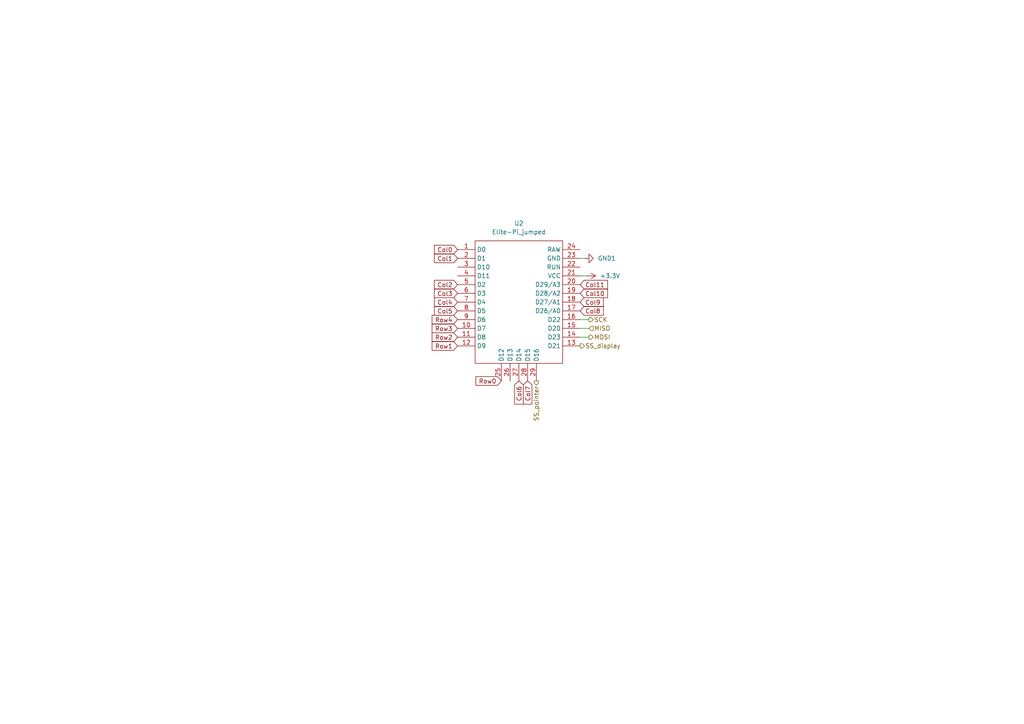
<source format=kicad_sch>
(kicad_sch (version 20230121) (generator eeschema)
  (paper "A4")
  (lib_symbols
    (symbol "keebio:Elite-Pi_jumped"
      (property "Reference" "U" (at 0 0 0))
      (property "Value" "Elite-Pi_jumped" (at 0 19.05 0))
      (symbol "Elite-Pi_jumped_0_1"
        (rectangle (start -12.7 17.78) (end 12.7 -17.78))
      )
      (symbol "Elite-Pi_jumped_1_1"
        (pin input line (at -17.78 15.24 0) (length 5.08) (name "D0") (number "1"))
        (pin input line (at -17.78 -7.62 0) (length 5.08) (name "D7") (number "10"))
        (pin input line (at -17.78 -10.16 0) (length 5.08) (name "D8") (number "11"))
        (pin input line (at -17.78 -12.7 0) (length 5.08) (name "D9") (number "12"))
        (pin input line (at 17.78 -12.7 180) (length 5.08) (name "D21") (number "13"))
        (pin input line (at 17.78 -10.16 180) (length 5.08) (name "D23") (number "14"))
        (pin input line (at 17.78 -7.62 180) (length 5.08) (name "D20") (number "15"))
        (pin input line (at 17.78 -5.08 180) (length 5.08) (name "D22") (number "16"))
        (pin input line (at 17.78 -2.54 180) (length 5.08) (name "D26/A0") (number "17"))
        (pin input line (at 17.78 0 180) (length 5.08) (name "D27/A1") (number "18"))
        (pin input line (at 17.78 2.54 180) (length 5.08) (name "D28/A2") (number "19"))
        (pin input line (at -17.78 12.7 0) (length 5.08) (name "D1") (number "2"))
        (pin input line (at 17.78 5.08 180) (length 5.08) (name "D29/A3") (number "20"))
        (pin input line (at 17.78 7.62 180) (length 5.08) (name "VCC") (number "21"))
        (pin input line (at 17.78 10.16 180) (length 5.08) (name "RUN") (number "22"))
        (pin input line (at 17.78 12.7 180) (length 5.08) (name "GND") (number "23"))
        (pin input line (at 17.78 15.24 180) (length 5.08) (name "RAW") (number "24"))
        (pin input line (at -5.08 -22.86 90) (length 5.08) (name "D12") (number "25"))
        (pin input line (at -2.54 -22.86 90) (length 5.08) (name "D13") (number "26"))
        (pin input line (at 0 -22.86 90) (length 5.08) (name "D14") (number "27"))
        (pin input line (at 2.54 -22.86 90) (length 5.08) (name "D15") (number "28"))
        (pin input line (at 5.08 -22.86 90) (length 5.08) (name "D16") (number "29"))
        (pin input line (at -17.78 10.16 0) (length 5.08) (name "D10") (number "3"))
        (pin input line (at -17.78 7.62 0) (length 5.08) (name "D11") (number "4"))
        (pin input line (at -17.78 5.08 0) (length 5.08) (name "D2") (number "5"))
        (pin input line (at -17.78 2.54 0) (length 5.08) (name "D3") (number "6"))
        (pin input line (at -17.78 0 0) (length 5.08) (name "D4") (number "7"))
        (pin input line (at -17.78 -2.54 0) (length 5.08) (name "D5") (number "8"))
        (pin input line (at -17.78 -5.08 0) (length 5.08) (name "D6") (number "9"))
      )
    )
    (symbol "power:+3.3V" (power) (pin_names (offset 0))
      (property "Value" "+3.3V" (at 0 3.556 0))
      (symbol "+3.3V_0_1"
        (polyline (pts (xy -0.762 1.27) (xy 0 2.54)))
        (polyline (pts (xy 0 0) (xy 0 2.54)))
        (polyline (pts (xy 0 2.54) (xy 0.762 1.27)))
      )
      (symbol "+3.3V_1_1"
        (pin power_in line (at 0 0 90) (length 0) hide (name "+3.3V") (number "1"))
      )
    )
    (symbol "power:GND1" (power) (pin_names (offset 0))
      (property "Value" "GND1" (at 0 -3.81 0))
      (symbol "GND1_0_1"
        (polyline (pts (xy 0 0) (xy 0 -1.27) (xy 1.27 -1.27) (xy 0 -2.54) (xy -1.27 -1.27) (xy 0 -1.27)))
      )
      (symbol "GND1_1_1"
        (pin power_in line (at 0 0 270) (length 0) hide (name "GND1") (number "1"))
      )
    )
  )
  (wire (pts (xy 168.275 80.01) (xy 170.18 80.01)))
  (wire (pts (xy 170.815 97.79) (xy 168.275 97.79)))
  (wire (pts (xy 170.815 92.71) (xy 168.275 92.71)))
  (wire (pts (xy 168.275 74.93) (xy 169.545 74.93)))
  (wire (pts (xy 170.815 95.25) (xy 168.275 95.25)))
  (global_label "Col4" (shape input) (at 132.715 87.63 180) (property "Intersheetrefs" "${INTERSHEET_REFS}" (effects hide)))
  (global_label "Col10" (shape input) (at 168.275 85.09 0) (property "Intersheetrefs" "${INTERSHEET_REFS}" (effects hide)))
  (global_label "Col6" (shape input) (at 150.495 110.49 270) (property "Intersheetrefs" "${INTERSHEET_REFS}" (effects hide)))
  (global_label "Col0" (shape input) (at 132.715 72.39 180) (property "Intersheetrefs" "${INTERSHEET_REFS}" (effects hide)))
  (global_label "Row2" (shape input) (at 132.715 97.79 180) (property "Intersheetrefs" "${INTERSHEET_REFS}" (effects hide)))
  (global_label "Col2" (shape input) (at 132.715 82.55 180) (property "Intersheetrefs" "${INTERSHEET_REFS}" (effects hide)))
  (global_label "Row4" (shape input) (at 132.715 92.71 180) (property "Intersheetrefs" "${INTERSHEET_REFS}" (effects hide)))
  (global_label "Col1" (shape input) (at 132.715 74.93 180) (property "Intersheetrefs" "${INTERSHEET_REFS}" (effects hide)))
  (global_label "Col7" (shape input) (at 153.035 110.49 270) (property "Intersheetrefs" "${INTERSHEET_REFS}" (effects hide)))
  (global_label "Row0" (shape input) (at 145.415 110.49 180) (property "Intersheetrefs" "${INTERSHEET_REFS}" (effects hide)))
  (global_label "Row1" (shape input) (at 132.715 100.33 180) (property "Intersheetrefs" "${INTERSHEET_REFS}" (effects hide)))
  (global_label "Row3" (shape input) (at 132.715 95.25 180) (property "Intersheetrefs" "${INTERSHEET_REFS}" (effects hide)))
  (global_label "Col5" (shape input) (at 132.715 90.17 180) (property "Intersheetrefs" "${INTERSHEET_REFS}" (effects hide)))
  (global_label "Col3" (shape input) (at 132.715 85.09 180) (property "Intersheetrefs" "${INTERSHEET_REFS}" (effects hide)))
  (global_label "Col9" (shape input) (at 168.275 87.63 0) (property "Intersheetrefs" "${INTERSHEET_REFS}" (effects hide)))
  (global_label "Col11" (shape input) (at 168.275 82.55 0) (property "Intersheetrefs" "${INTERSHEET_REFS}" (effects hide)))
  (global_label "Col8" (shape input) (at 168.275 90.17 0) (property "Intersheetrefs" "${INTERSHEET_REFS}" (effects hide)))
  (hierarchical_label "SS_display" (shape output) (at 168.275 100.33 0))
  (hierarchical_label "SS_pointer" (shape output) (at 155.575 110.49 270))
  (hierarchical_label "MOSI" (shape output) (at 170.815 97.79 0))
  (hierarchical_label "MISO" (shape input) (at 170.815 95.25 0))
  (hierarchical_label "SCK" (shape output) (at 170.815 92.71 0))
  (symbol (lib_id "power:GND1") (at 169.545 74.93 90) (unit 1)
    (property "Reference" "#PWR0109" (effects hide))
    (property "Value" "GND1" (at 173.355 74.93 90) (effects (justify right)))
  )
  (symbol (lib_id "power:+3.3V") (at 170.18 80.01 270) (unit 1)
    (property "Reference" "#PWR05" (effects hide))
    (property "Value" "+3.3V" (at 173.99 80.01 90) (effects (justify left)))
  )
  (symbol (lib_id "keebio:Elite-Pi_jumped") (at 150.495 87.63 0) (unit 1)
    (property "Reference" "U2" (at 150.495 64.77 0))
    (property "Value" "Elite-Pi_jumped" (at 150.495 67.31 0))
    (property "Footprint" "Keebio-Parts:Elite-Pi-castellated" (effects hide))
  )
)
</source>
